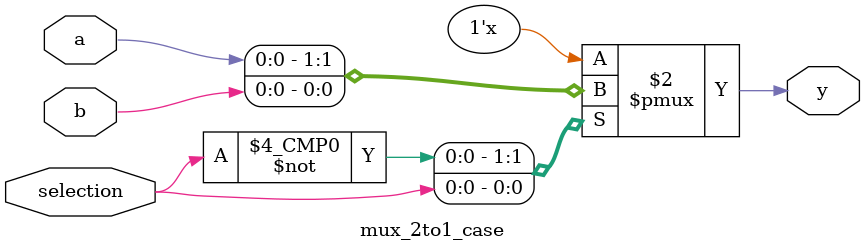
<source format=v>
module mux_2to1_case (
    input wire a,
    input wire b,
    input wire selection,
    output reg y
);

    always @(*) begin
        case (selection)
            1'b0: y = a;
            1'b1: y = b;
            default: y = 1'b0;

        endcase
    end

endmodule
</source>
